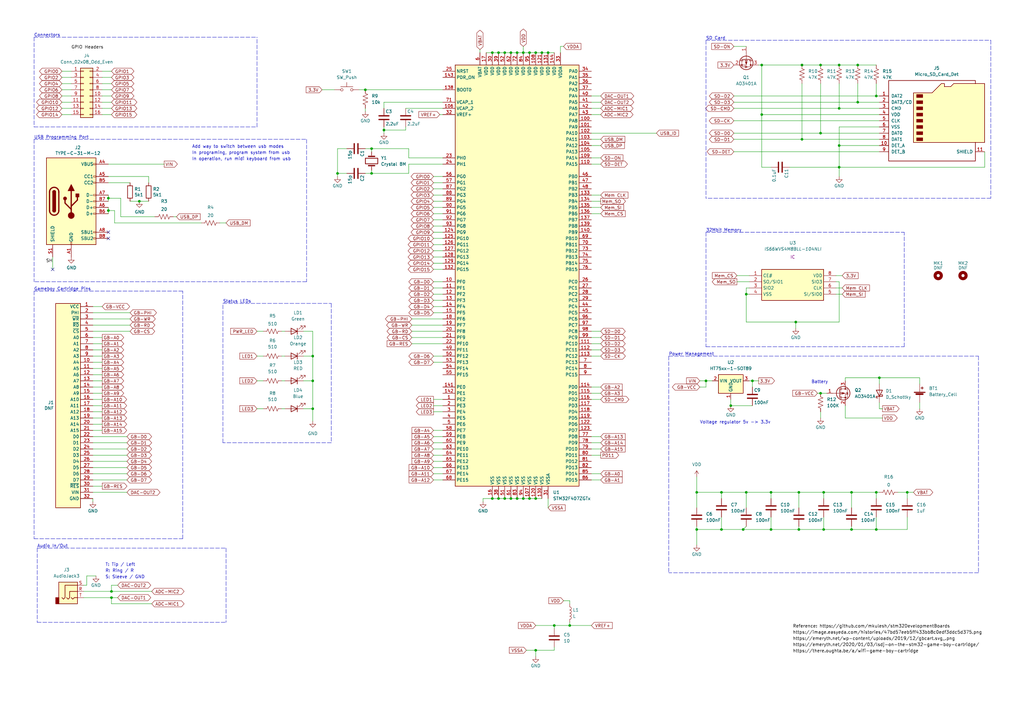
<source format=kicad_sch>
(kicad_sch (version 20211123) (generator eeschema)
  (paper "A3")
  (title_block (title "ICECART-GB") (rev "v5.1") (company "Iceberg Tech LLC.") (comment 1 "https://icebergtech.xyz"))
  (junction (at 326.39 132.08))
  (junction (at 336.55 26.67))
  (junction (at 306.07 201.93))
  (junction (at 327.66 217.17))
  (junction (at 128.27 146.05))
  (junction (at 312.42 46.99))
  (junction (at 308.61 156.21))
  (junction (at 233.68 256.54))
  (junction (at 344.17 26.67))
  (junction (at 219.71 266.7))
  (junction (at 328.93 57.15))
  (junction (at 212.09 204.47))
  (junction (at 360.68 154.94))
  (junction (at 45.72 242.57))
  (junction (at 209.55 204.47))
  (junction (at 372.11 201.93))
  (junction (at 219.71 204.47))
  (junction (at 359.41 201.93))
  (junction (at 344.17 59.69))
  (junction (at 152.4 71.12))
  (junction (at 295.91 217.17))
  (junction (at 207.01 204.47))
  (junction (at 214.63 204.47))
  (junction (at 227.33 256.54))
  (junction (at 224.79 21.59))
  (junction (at 201.93 204.47))
  (junction (at 219.71 21.59))
  (junction (at 212.09 21.59))
  (junction (at 337.82 201.93))
  (junction (at 128.27 167.64))
  (junction (at 289.56 156.21))
  (junction (at 207.01 21.59))
  (junction (at 204.47 21.59))
  (junction (at 217.17 21.59))
  (junction (at 201.93 21.59))
  (junction (at 204.47 204.47))
  (junction (at 327.66 201.93))
  (junction (at 336.55 54.61))
  (junction (at 138.43 71.12))
  (junction (at 285.75 201.93))
  (junction (at 295.91 201.93))
  (junction (at 299.72 166.37))
  (junction (at 359.41 39.37))
  (junction (at 344.17 44.45))
  (junction (at 57.15 82.55))
  (junction (at 359.41 217.17))
  (junction (at 349.25 217.17))
  (junction (at 336.55 161.29))
  (junction (at 351.79 26.67))
  (junction (at 149.86 36.83))
  (junction (at 349.25 201.93))
  (junction (at 312.42 26.67))
  (junction (at 337.82 217.17))
  (junction (at 214.63 21.59))
  (junction (at 328.93 26.67))
  (junction (at 44.45 81.28))
  (junction (at 217.17 204.47))
  (junction (at 344.17 68.58))
  (junction (at 351.79 41.91))
  (junction (at 209.55 21.59))
  (junction (at 45.72 245.11))
  (junction (at 128.27 156.21))
  (junction (at 152.4 60.96))
  (junction (at 285.75 217.17))
  (junction (at 306.07 120.65))
  (junction (at 316.23 201.93))
  (junction (at 44.45 86.36))
  (junction (at 222.25 21.59))
  (junction (at 304.8 217.17))
  (junction (at 157.48 53.34))
  (junction (at 316.23 217.17))
  (no_connect (at 21.59 110.49))
  (no_connect (at 44.45 97.79))
  (no_connect (at 44.45 95.25))
  (wire (pts (xy 177.8 166.37) (xy 181.61 166.37)))
  (wire (pts (xy 177.8 120.65) (xy 181.61 120.65)))
  (wire (pts (xy 289.56 158.75) (xy 289.56 156.21)))
  (wire (pts (xy 177.8 90.17) (xy 181.61 90.17)))
  (wire (pts (xy 342.9 118.11) (xy 345.44 118.11)))
  (wire (pts (xy 308.61 166.37) (xy 299.72 166.37)))
  (wire (pts (xy 312.42 26.67) (xy 328.93 26.67)))
  (wire (pts (xy 62.23 242.57) (xy 45.72 242.57)))
  (wire (pts (xy 38.1 133.35) (xy 53.34 133.35)))
  (wire (pts (xy 198.12 205.74) (xy 198.12 204.47)))
  (wire (pts (xy 177.8 186.69) (xy 181.61 186.69)))
  (wire (pts (xy 149.86 44.45) (xy 149.86 45.72)))
  (wire (pts (xy 44.45 86.36) (xy 46.99 86.36)))
  (wire (pts (xy 38.1 128.27) (xy 53.34 128.27)))
  (wire (pts (xy 62.23 247.65) (xy 45.72 247.65)))
  (wire (pts (xy 242.57 140.97) (xy 246.38 140.97)))
  (wire (pts (xy 177.8 128.27) (xy 181.61 128.27)))
  (wire (pts (xy 344.17 34.29) (xy 344.17 44.45)))
  (polyline (pts (xy 13.97 57.15) (xy 13.97 115.57)))
  (wire (pts (xy 60.96 72.39) (xy 60.96 74.93)))
  (wire (pts (xy 295.91 212.09) (xy 295.91 217.17)))
  (wire (pts (xy 214.63 21.59) (xy 217.17 21.59)))
  (polyline (pts (xy 15.24 224.79) (xy 15.24 255.27)))
  (wire (pts (xy 167.64 60.96) (xy 152.4 60.96)))
  (polyline (pts (xy 289.56 16.51) (xy 406.4 16.51)))
  (wire (pts (xy 242.57 46.99) (xy 246.38 46.99)))
  (wire (pts (xy 336.55 54.61) (xy 360.68 54.61)))
  (wire (pts (xy 360.68 167.64) (xy 361.95 167.64)))
  (wire (pts (xy 344.17 68.58) (xy 344.17 72.39)))
  (wire (pts (xy 360.68 154.94) (xy 377.19 154.94)))
  (wire (pts (xy 38.1 138.43) (xy 41.91 138.43)))
  (wire (pts (xy 316.23 68.58) (xy 312.42 68.58)))
  (polyline (pts (xy 401.32 146.05) (xy 401.32 234.95)))
  (wire (pts (xy 157.48 53.34) (xy 166.37 53.34)))
  (wire (pts (xy 177.8 179.07) (xy 181.61 179.07)))
  (wire (pts (xy 336.55 161.29) (xy 339.09 161.29)))
  (wire (pts (xy 149.86 36.83) (xy 181.61 36.83)))
  (polyline (pts (xy 13.97 57.15) (xy 125.73 57.15)))
  (wire (pts (xy 233.68 246.38) (xy 233.68 247.65)))
  (polyline (pts (xy 406.4 81.28) (xy 289.56 81.28)))
  (wire (pts (xy 177.8 194.31) (xy 181.61 194.31)))
  (wire (pts (xy 38.1 168.91) (xy 41.91 168.91)))
  (wire (pts (xy 342.9 115.57) (xy 344.17 115.57)))
  (wire (pts (xy 44.45 72.39) (xy 60.96 72.39)))
  (wire (pts (xy 242.57 196.85) (xy 246.38 196.85)))
  (wire (pts (xy 212.09 204.47) (xy 214.63 204.47)))
  (wire (pts (xy 368.3 201.93) (xy 372.11 201.93)))
  (wire (pts (xy 124.46 167.64) (xy 128.27 167.64)))
  (wire (pts (xy 157.48 41.91) (xy 181.61 41.91)))
  (polyline (pts (xy 125.73 115.57) (xy 13.97 115.57)))
  (wire (pts (xy 359.41 34.29) (xy 359.41 39.37)))
  (wire (pts (xy 25.4 34.29) (xy 29.21 34.29)))
  (wire (pts (xy 285.75 201.93) (xy 285.75 208.28)))
  (wire (pts (xy 308.61 156.21) (xy 308.61 158.75)))
  (wire (pts (xy 177.8 74.93) (xy 181.61 74.93)))
  (wire (pts (xy 300.99 49.53) (xy 360.68 49.53)))
  (polyline (pts (xy 274.32 146.05) (xy 401.32 146.05)))
  (wire (pts (xy 308.61 156.21) (xy 311.15 156.21)))
  (wire (pts (xy 177.8 80.01) (xy 181.61 80.01)))
  (wire (pts (xy 57.15 82.55) (xy 60.96 82.55)))
  (wire (pts (xy 300.99 62.23) (xy 360.68 62.23)))
  (wire (pts (xy 242.57 39.37) (xy 246.38 39.37)))
  (wire (pts (xy 166.37 53.34) (xy 166.37 52.07)))
  (wire (pts (xy 25.4 46.99) (xy 29.21 46.99)))
  (wire (pts (xy 25.4 44.45) (xy 29.21 44.45)))
  (wire (pts (xy 227.33 256.54) (xy 227.33 257.81)))
  (wire (pts (xy 138.43 60.96) (xy 138.43 71.12)))
  (wire (pts (xy 124.46 146.05) (xy 128.27 146.05)))
  (wire (pts (xy 177.8 118.11) (xy 181.61 118.11)))
  (wire (pts (xy 177.8 97.79) (xy 181.61 97.79)))
  (wire (pts (xy 177.8 189.23) (xy 181.61 189.23)))
  (wire (pts (xy 38.1 156.21) (xy 41.91 156.21)))
  (wire (pts (xy 302.26 113.03) (xy 307.34 113.03)))
  (wire (pts (xy 177.8 72.39) (xy 181.61 72.39)))
  (wire (pts (xy 90.17 91.44) (xy 92.71 91.44)))
  (wire (pts (xy 157.48 53.34) (xy 157.48 54.61)))
  (wire (pts (xy 246.38 186.69) (xy 242.57 186.69)))
  (wire (pts (xy 316.23 217.17) (xy 327.66 217.17)))
  (wire (pts (xy 177.8 123.19) (xy 181.61 123.19)))
  (wire (pts (xy 326.39 132.08) (xy 326.39 134.62)))
  (wire (pts (xy 242.57 67.31) (xy 246.38 67.31)))
  (wire (pts (xy 167.64 64.77) (xy 181.61 64.77)))
  (wire (pts (xy 344.17 52.07) (xy 344.17 59.69)))
  (wire (pts (xy 349.25 215.9) (xy 349.25 217.17)))
  (wire (pts (xy 199.39 21.59) (xy 201.93 21.59)))
  (wire (pts (xy 295.91 201.93) (xy 295.91 204.47)))
  (wire (pts (xy 285.75 215.9) (xy 285.75 217.17)))
  (wire (pts (xy 337.82 201.93) (xy 349.25 201.93)))
  (wire (pts (xy 168.91 133.35) (xy 181.61 133.35)))
  (polyline (pts (xy 91.44 124.46) (xy 135.89 124.46)))
  (wire (pts (xy 327.66 201.93) (xy 327.66 208.28)))
  (wire (pts (xy 38.1 135.89) (xy 53.34 135.89)))
  (wire (pts (xy 115.57 167.64) (xy 116.84 167.64)))
  (wire (pts (xy 209.55 21.59) (xy 212.09 21.59)))
  (wire (pts (xy 306.07 120.65) (xy 307.34 120.65)))
  (wire (pts (xy 177.8 191.77) (xy 181.61 191.77)))
  (wire (pts (xy 219.71 204.47) (xy 222.25 204.47)))
  (wire (pts (xy 344.17 59.69) (xy 360.68 59.69)))
  (wire (pts (xy 312.42 26.67) (xy 312.42 46.99)))
  (wire (pts (xy 344.17 26.67) (xy 351.79 26.67)))
  (wire (pts (xy 45.72 240.03) (xy 48.26 240.03)))
  (wire (pts (xy 46.99 86.36) (xy 46.99 91.44)))
  (wire (pts (xy 336.55 34.29) (xy 336.55 54.61)))
  (wire (pts (xy 149.86 71.12) (xy 152.4 71.12)))
  (wire (pts (xy 242.57 194.31) (xy 246.38 194.31)))
  (wire (pts (xy 351.79 26.67) (xy 359.41 26.67)))
  (wire (pts (xy 198.12 204.47) (xy 201.93 204.47)))
  (wire (pts (xy 180.34 46.99) (xy 181.61 46.99)))
  (wire (pts (xy 242.57 158.75) (xy 246.38 158.75)))
  (wire (pts (xy 327.66 217.17) (xy 337.82 217.17)))
  (wire (pts (xy 38.1 184.15) (xy 52.07 184.15)))
  (wire (pts (xy 360.68 165.1) (xy 360.68 167.64)))
  (wire (pts (xy 359.41 201.93) (xy 359.41 204.47)))
  (wire (pts (xy 304.8 217.17) (xy 316.23 217.17)))
  (wire (pts (xy 38.1 161.29) (xy 41.91 161.29)))
  (wire (pts (xy 44.45 81.28) (xy 44.45 80.01)))
  (wire (pts (xy 360.68 52.07) (xy 344.17 52.07)))
  (wire (pts (xy 38.1 163.83) (xy 41.91 163.83)))
  (wire (pts (xy 287.02 156.21) (xy 289.56 156.21)))
  (wire (pts (xy 215.9 266.7) (xy 219.71 266.7)))
  (wire (pts (xy 196.85 20.32) (xy 196.85 21.59)))
  (wire (pts (xy 344.17 44.45) (xy 360.68 44.45)))
  (wire (pts (xy 38.1 140.97) (xy 41.91 140.97)))
  (wire (pts (xy 335.28 161.29) (xy 336.55 161.29)))
  (wire (pts (xy 177.8 77.47) (xy 181.61 77.47)))
  (wire (pts (xy 45.72 240.03) (xy 45.72 242.57)))
  (wire (pts (xy 217.17 204.47) (xy 219.71 204.47)))
  (wire (pts (xy 38.1 125.73) (xy 41.91 125.73)))
  (wire (pts (xy 167.64 71.12) (xy 152.4 71.12)))
  (wire (pts (xy 49.53 81.28) (xy 44.45 81.28)))
  (wire (pts (xy 38.1 151.13) (xy 41.91 151.13)))
  (wire (pts (xy 372.11 212.09) (xy 372.11 217.17)))
  (wire (pts (xy 306.07 201.93) (xy 316.23 201.93)))
  (wire (pts (xy 242.57 80.01) (xy 246.38 80.01)))
  (wire (pts (xy 53.34 74.93) (xy 44.45 74.93)))
  (wire (pts (xy 231.14 246.38) (xy 233.68 246.38)))
  (wire (pts (xy 227.33 256.54) (xy 233.68 256.54)))
  (wire (pts (xy 242.57 143.51) (xy 246.38 143.51)))
  (wire (pts (xy 38.1 143.51) (xy 41.91 143.51)))
  (wire (pts (xy 41.91 44.45) (xy 45.72 44.45)))
  (wire (pts (xy 227.33 265.43) (xy 227.33 266.7)))
  (wire (pts (xy 201.93 21.59) (xy 204.47 21.59)))
  (wire (pts (xy 41.91 46.99) (xy 45.72 46.99)))
  (wire (pts (xy 34.29 245.11) (xy 45.72 245.11)))
  (wire (pts (xy 38.1 204.47) (xy 38.1 205.74)))
  (wire (pts (xy 346.71 171.45) (xy 361.95 171.45)))
  (wire (pts (xy 72.39 88.9) (xy 71.12 88.9)))
  (polyline (pts (xy 13.97 15.24) (xy 13.97 52.07)))
  (wire (pts (xy 224.79 21.59) (xy 227.33 21.59)))
  (wire (pts (xy 372.11 201.93) (xy 374.65 201.93)))
  (wire (pts (xy 242.57 146.05) (xy 246.38 146.05)))
  (wire (pts (xy 41.91 31.75) (xy 45.72 31.75)))
  (polyline (pts (xy 401.32 234.95) (xy 274.32 234.95)))
  (wire (pts (xy 204.47 21.59) (xy 207.01 21.59)))
  (wire (pts (xy 138.43 71.12) (xy 138.43 72.39)))
  (wire (pts (xy 403.86 68.58) (xy 344.17 68.58)))
  (polyline (pts (xy 13.97 52.07) (xy 105.41 52.07)))
  (wire (pts (xy 242.57 179.07) (xy 246.38 179.07)))
  (wire (pts (xy 377.19 154.94) (xy 377.19 157.48)))
  (wire (pts (xy 337.82 212.09) (xy 337.82 217.17)))
  (wire (pts (xy 34.29 240.03) (xy 35.56 240.03)))
  (wire (pts (xy 242.57 64.77) (xy 246.38 64.77)))
  (polyline (pts (xy 91.44 181.61) (xy 91.44 124.46)))
  (wire (pts (xy 38.1 181.61) (xy 52.07 181.61)))
  (wire (pts (xy 349.25 201.93) (xy 349.25 208.28)))
  (wire (pts (xy 38.1 130.81) (xy 53.34 130.81)))
  (polyline (pts (xy 13.97 119.38) (xy 13.97 220.98)))
  (wire (pts (xy 177.8 115.57) (xy 181.61 115.57)))
  (wire (pts (xy 306.07 118.11) (xy 306.07 120.65)))
  (wire (pts (xy 306.07 120.65) (xy 306.07 132.08)))
  (wire (pts (xy 177.8 168.91) (xy 181.61 168.91)))
  (wire (pts (xy 138.43 71.12) (xy 142.24 71.12)))
  (wire (pts (xy 214.63 19.05) (xy 214.63 21.59)))
  (wire (pts (xy 323.85 68.58) (xy 344.17 68.58)))
  (polyline (pts (xy 289.56 95.25) (xy 370.84 95.25)))
  (wire (pts (xy 44.45 82.55) (xy 44.45 81.28)))
  (wire (pts (xy 44.45 67.31) (xy 67.31 67.31)))
  (wire (pts (xy 166.37 44.45) (xy 181.61 44.45)))
  (polyline (pts (xy 92.71 224.79) (xy 92.71 255.27)))
  (polyline (pts (xy 289.56 16.51) (xy 289.56 81.28)))
  (wire (pts (xy 44.45 86.36) (xy 44.45 87.63)))
  (wire (pts (xy 312.42 68.58) (xy 312.42 46.99)))
  (wire (pts (xy 177.8 95.25) (xy 181.61 95.25)))
  (wire (pts (xy 300.99 41.91) (xy 351.79 41.91)))
  (wire (pts (xy 167.64 67.31) (xy 167.64 71.12)))
  (wire (pts (xy 124.46 135.89) (xy 128.27 135.89)))
  (wire (pts (xy 63.5 88.9) (xy 49.53 88.9)))
  (wire (pts (xy 115.57 135.89) (xy 116.84 135.89)))
  (polyline (pts (xy 370.84 142.24) (xy 370.84 95.25)))
  (polyline (pts (xy 74.93 220.98) (xy 74.93 119.38)))
  (wire (pts (xy 177.8 196.85) (xy 181.61 196.85)))
  (wire (pts (xy 287.02 158.75) (xy 289.56 158.75)))
  (wire (pts (xy 105.41 156.21) (xy 107.95 156.21)))
  (wire (pts (xy 177.8 148.59) (xy 181.61 148.59)))
  (wire (pts (xy 300.99 44.45) (xy 344.17 44.45)))
  (wire (pts (xy 377.19 165.1) (xy 377.19 167.64)))
  (wire (pts (xy 360.68 154.94) (xy 360.68 157.48)))
  (wire (pts (xy 299.72 163.83) (xy 299.72 166.37)))
  (wire (pts (xy 128.27 156.21) (xy 128.27 167.64)))
  (wire (pts (xy 242.57 135.89) (xy 246.38 135.89)))
  (wire (pts (xy 242.57 87.63) (xy 246.38 87.63)))
  (wire (pts (xy 177.8 107.95) (xy 181.61 107.95)))
  (wire (pts (xy 336.55 26.67) (xy 344.17 26.67)))
  (wire (pts (xy 168.91 135.89) (xy 181.61 135.89)))
  (wire (pts (xy 302.26 115.57) (xy 307.34 115.57)))
  (wire (pts (xy 25.4 31.75) (xy 29.21 31.75)))
  (wire (pts (xy 336.55 168.91) (xy 336.55 171.45)))
  (polyline (pts (xy 15.24 224.79) (xy 92.71 224.79)))
  (wire (pts (xy 242.57 138.43) (xy 246.38 138.43)))
  (wire (pts (xy 207.01 21.59) (xy 209.55 21.59)))
  (wire (pts (xy 300.99 57.15) (xy 328.93 57.15)))
  (wire (pts (xy 306.07 215.9) (xy 304.8 217.17)))
  (wire (pts (xy 25.4 29.21) (xy 29.21 29.21)))
  (wire (pts (xy 168.91 138.43) (xy 181.61 138.43)))
  (wire (pts (xy 242.57 184.15) (xy 246.38 184.15)))
  (wire (pts (xy 38.1 194.31) (xy 52.07 194.31)))
  (wire (pts (xy 342.9 120.65) (xy 345.44 120.65)))
  (wire (pts (xy 41.91 41.91) (xy 45.72 41.91)))
  (wire (pts (xy 38.1 153.67) (xy 41.91 153.67)))
  (polyline (pts (xy 15.24 255.27) (xy 92.71 255.27)))
  (wire (pts (xy 177.8 146.05) (xy 181.61 146.05)))
  (wire (pts (xy 349.25 217.17) (xy 359.41 217.17)))
  (wire (pts (xy 38.1 186.69) (xy 52.07 186.69)))
  (polyline (pts (xy 13.97 15.24) (xy 105.41 15.24)))
  (polyline (pts (xy 135.89 124.46) (xy 135.89 181.61)))
  (wire (pts (xy 177.8 100.33) (xy 181.61 100.33)))
  (wire (pts (xy 316.23 212.09) (xy 316.23 217.17)))
  (wire (pts (xy 242.57 59.69) (xy 246.38 59.69)))
  (wire (pts (xy 242.57 41.91) (xy 246.38 41.91)))
  (wire (pts (xy 312.42 46.99) (xy 360.68 46.99)))
  (wire (pts (xy 242.57 54.61) (xy 269.24 54.61)))
  (wire (pts (xy 242.57 161.29) (xy 246.38 161.29)))
  (wire (pts (xy 177.8 163.83) (xy 181.61 163.83)))
  (wire (pts (xy 242.57 85.09) (xy 246.38 85.09)))
  (wire (pts (xy 41.91 34.29) (xy 45.72 34.29)))
  (wire (pts (xy 25.4 36.83) (xy 29.21 36.83)))
  (wire (pts (xy 344.17 132.08) (xy 326.39 132.08)))
  (wire (pts (xy 328.93 34.29) (xy 328.93 57.15)))
  (wire (pts (xy 105.41 135.89) (xy 107.95 135.89)))
  (wire (pts (xy 38.1 199.39) (xy 41.91 199.39)))
  (wire (pts (xy 38.1 189.23) (xy 52.07 189.23)))
  (wire (pts (xy 177.8 125.73) (xy 181.61 125.73)))
  (wire (pts (xy 217.17 21.59) (xy 219.71 21.59)))
  (wire (pts (xy 177.8 87.63) (xy 181.61 87.63)))
  (wire (pts (xy 344.17 59.69) (xy 344.17 68.58)))
  (wire (pts (xy 152.4 69.85) (xy 152.4 71.12)))
  (polyline (pts (xy 289.56 95.25) (xy 289.56 142.24)))
  (wire (pts (xy 300.99 39.37) (xy 359.41 39.37)))
  (wire (pts (xy 231.14 19.05) (xy 229.87 19.05)))
  (wire (pts (xy 295.91 201.93) (xy 306.07 201.93)))
  (wire (pts (xy 300.99 54.61) (xy 336.55 54.61)))
  (wire (pts (xy 177.8 105.41) (xy 181.61 105.41)))
  (wire (pts (xy 38.1 191.77) (xy 52.07 191.77)))
  (wire (pts (xy 359.41 201.93) (xy 360.68 201.93)))
  (wire (pts (xy 38.1 166.37) (xy 41.91 166.37)))
  (wire (pts (xy 38.1 196.85) (xy 52.07 196.85)))
  (wire (pts (xy 177.8 85.09) (xy 181.61 85.09)))
  (wire (pts (xy 128.27 167.64) (xy 128.27 172.72)))
  (polyline (pts (xy 274.32 146.05) (xy 274.32 234.95)))
  (wire (pts (xy 167.64 67.31) (xy 181.61 67.31)))
  (wire (pts (xy 177.8 82.55) (xy 181.61 82.55)))
  (wire (pts (xy 201.93 204.47) (xy 204.47 204.47)))
  (wire (pts (xy 342.9 113.03) (xy 345.44 113.03)))
  (wire (pts (xy 41.91 29.21) (xy 45.72 29.21)))
  (wire (pts (xy 44.45 85.09) (xy 44.45 86.36)))
  (wire (pts (xy 403.86 62.23) (xy 403.86 68.58)))
  (wire (pts (xy 107.95 167.64) (xy 105.41 167.64)))
  (wire (pts (xy 229.87 19.05) (xy 229.87 21.59)))
  (wire (pts (xy 219.71 266.7) (xy 219.71 269.24)))
  (polyline (pts (xy 289.56 142.24) (xy 370.84 142.24)))
  (wire (pts (xy 128.27 146.05) (xy 128.27 156.21)))
  (wire (pts (xy 285.75 217.17) (xy 295.91 217.17)))
  (wire (pts (xy 306.07 132.08) (xy 326.39 132.08)))
  (wire (pts (xy 233.68 255.27) (xy 233.68 256.54)))
  (wire (pts (xy 147.32 36.83) (xy 149.86 36.83)))
  (polyline (pts (xy 406.4 16.51) (xy 406.4 81.28)))
  (wire (pts (xy 295.91 217.17) (xy 304.8 217.17)))
  (wire (pts (xy 152.4 60.96) (xy 152.4 62.23)))
  (wire (pts (xy 45.72 245.11) (xy 45.72 247.65)))
  (wire (pts (xy 316.23 201.93) (xy 316.23 204.47)))
  (wire (pts (xy 327.66 201.93) (xy 337.82 201.93)))
  (wire (pts (xy 311.15 26.67) (xy 312.42 26.67)))
  (wire (pts (xy 346.71 154.94) (xy 360.68 154.94)))
  (wire (pts (xy 38.1 179.07) (xy 52.07 179.07)))
  (wire (pts (xy 300.99 19.05) (xy 306.07 19.05)))
  (wire (pts (xy 242.57 57.15) (xy 246.38 57.15)))
  (polyline (pts (xy 135.89 181.61) (xy 91.44 181.61)))
  (wire (pts (xy 346.71 166.37) (xy 346.71 171.45)))
  (polyline (pts (xy 13.97 220.98) (xy 74.93 220.98)))
  (wire (pts (xy 157.48 44.45) (xy 157.48 41.91)))
  (wire (pts (xy 306.07 118.11) (xy 307.34 118.11)))
  (wire (pts (xy 38.1 201.93) (xy 52.07 201.93)))
  (wire (pts (xy 285.75 217.17) (xy 285.75 223.52)))
  (wire (pts (xy 359.41 39.37) (xy 360.68 39.37)))
  (wire (pts (xy 214.63 204.47) (xy 217.17 204.47)))
  (wire (pts (xy 46.99 91.44) (xy 82.55 91.44)))
  (wire (pts (xy 142.24 60.96) (xy 138.43 60.96)))
  (wire (pts (xy 168.91 140.97) (xy 181.61 140.97)))
  (wire (pts (xy 328.93 26.67) (xy 336.55 26.67)))
  (wire (pts (xy 242.57 181.61) (xy 246.38 181.61)))
  (wire (pts (xy 38.1 158.75) (xy 41.91 158.75)))
  (wire (pts (xy 207.01 204.47) (xy 209.55 204.47)))
  (wire (pts (xy 209.55 204.47) (xy 212.09 204.47)))
  (wire (pts (xy 48.26 245.11) (xy 45.72 245.11)))
  (wire (pts (xy 212.09 21.59) (xy 214.63 21.59)))
  (wire (pts (xy 344.17 115.57) (xy 344.17 132.08)))
  (wire (pts (xy 285.75 201.93) (xy 295.91 201.93)))
  (wire (pts (xy 177.8 102.87) (xy 181.61 102.87)))
  (wire (pts (xy 224.79 204.47) (xy 224.79 208.28)))
  (wire (pts (xy 35.56 236.22) (xy 39.37 236.22)))
  (wire (pts (xy 115.57 146.05) (xy 116.84 146.05)))
  (wire (pts (xy 351.79 34.29) (xy 351.79 41.91)))
  (wire (pts (xy 25.4 39.37) (xy 29.21 39.37)))
  (wire (pts (xy 49.53 88.9) (xy 49.53 81.28)))
  (wire (pts (xy 132.08 36.83) (xy 137.16 36.83)))
  (wire (pts (xy 359.41 217.17) (xy 372.11 217.17)))
  (wire (pts (xy 351.79 41.91) (xy 360.68 41.91)))
  (wire (pts (xy 38.1 146.05) (xy 41.91 146.05)))
  (polyline (pts (xy 105.41 52.07) (xy 105.41 15.24)))
  (wire (pts (xy 177.8 184.15) (xy 181.61 184.15)))
  (wire (pts (xy 337.82 201.93) (xy 337.82 204.47)))
  (wire (pts (xy 38.1 148.59) (xy 41.91 148.59)))
  (wire (pts (xy 128.27 135.89) (xy 128.27 146.05)))
  (wire (pts (xy 359.41 212.09) (xy 359.41 217.17)))
  (wire (pts (xy 53.34 82.55) (xy 57.15 82.55)))
  (wire (pts (xy 25.4 41.91) (xy 29.21 41.91)))
  (wire (pts (xy 307.34 156.21) (xy 308.61 156.21)))
  (wire (pts (xy 346.71 156.21) (xy 346.71 154.94)))
  (wire (pts (xy 38.1 171.45) (xy 41.91 171.45)))
  (wire (pts (xy 306.07 201.93) (xy 306.07 208.28)))
  (wire (pts (xy 327.66 215.9) (xy 327.66 217.17)))
  (wire (pts (xy 149.86 60.96) (xy 152.4 60.96)))
  (wire (pts (xy 219.71 256.54) (xy 227.33 256.54)))
  (wire (pts (xy 349.25 201.93) (xy 359.41 201.93)))
  (wire (pts (xy 115.57 156.21) (xy 116.84 156.21)))
  (wire (pts (xy 222.25 21.59) (xy 224.79 21.59)))
  (wire (pts (xy 34.29 242.57) (xy 45.72 242.57)))
  (wire (pts (xy 41.91 36.83) (xy 45.72 36.83)))
  (wire (pts (xy 372.11 204.47) (xy 372.11 201.93)))
  (wire (pts (xy 233.68 256.54) (xy 242.57 256.54)))
  (polyline (pts (xy 74.93 119.38) (xy 13.97 119.38)))
  (wire (pts (xy 337.82 217.17) (xy 349.25 217.17)))
  (wire (pts (xy 124.46 156.21) (xy 128.27 156.21)))
  (wire (pts (xy 219.71 21.59) (xy 222.25 21.59)))
  (wire (pts (xy 105.41 146.05) (xy 107.95 146.05)))
  (wire (pts (xy 177.8 92.71) (xy 181.61 92.71)))
  (wire (pts (xy 21.59 105.41) (xy 21.59 110.49)))
  (wire (pts (xy 289.56 156.21) (xy 292.1 156.21)))
  (wire (pts (xy 35.56 240.03) (xy 35.56 236.22)))
  (wire (pts (xy 167.64 64.77) (xy 167.64 60.96)))
  (polyline (pts (xy 125.73 57.15) (xy 125.73 115.57)))
  (wire (pts (xy 328.93 57.15) (xy 360.68 57.15)))
  (wire (pts (xy 41.91 39.37) (xy 45.72 39.37)))
  (wire (pts (xy 204.47 204.47) (xy 207.01 204.47)))
  (wire (pts (xy 242.57 44.45) (xy 246.38 44.45)))
  (wire (pts (xy 38.1 176.53) (xy 41.91 176.53)))
  (wire (pts (xy 242.57 163.83) (xy 246.38 163.83)))
  (wire (pts (xy 177.8 181.61) (xy 181.61 181.61)))
  (wire (pts (xy 219.71 266.7) (xy 227.33 266.7)))
  (wire (pts (xy 285.75 195.58) (xy 285.75 201.93)))
  (wire (pts (xy 157.48 52.07) (xy 157.48 53.34)))
  (wire (pts (xy 38.1 173.99) (xy 41.91 173.99)))
  (wire (pts (xy 316.23 201.93) (xy 327.66 201.93)))
  (wire (pts (xy 242.57 82.55) (xy 246.38 82.55)))
  (wire (pts (xy 177.8 176.53) (xy 181.61 176.53)))
  (wire (pts (xy 168.91 130.81) (xy 181.61 130.81)))
  (wire (pts (xy 177.8 110.49) (xy 181.61 110.49)))
  (text "Battery" (at 332.74 157.48 0) (effects (font (size 1.27 1.27)) (justify left bottom)))
  (text "USB Programming Port" (at 13.97 57.15 0) (effects (font (size 1.27 1.27)) (justify left bottom)))
  (text "SD Card" (at 289.56 16.51 0) (effects (font (size 1.27 1.27)) (justify left bottom)))
  (text "Audio In/Out" (at 15.24 224.79 0) (effects (font (size 1.27 1.27)) (justify left bottom)))
  (text "R: Ring / R" (at 43.18 234.95 0) (effects (font (size 1.27 1.27)) (justify left bottom)))
  (text "Connectors" (at 13.97 15.24 0) (effects (font (size 1.27 1.27)) (justify left bottom)))
  (text "S: Sleeve / GND" (at 43.18 237.49 0) (effects (font (size 1.27 1.27)) (justify left bottom)))
  (text "Add way to switch between usb modes" (at 78.74 60.96 0) (effects (font (size 1.27 1.27)) (justify left bottom)))
  (text "32Mbit Memory" (at 289.56 95.25 0) (effects (font (size 1.27 1.27)) (justify left bottom)))
  (text "T: Tip / Left" (at 43.18 232.41 0) (effects (font (size 1.27 1.27)) (justify left bottom)))
  (text "Status LEDs" (at 91.44 124.46 0) (effects (font (size 1.27 1.27)) (justify left bottom)))
  (text "In operation, run midi keyboard from usb" (at 78.74 66.04 0) (effects (font (size 1.27 1.27)) (justify left bottom)))
  (text "In programing, program system from usb" (at 78.74 63.5 0) (effects (font (size 1.27 1.27)) (justify left bottom)))
  (text "Power Management" (at 274.32 146.05 0) (effects (font (size 1.27 1.27)) (justify left bottom)))
  (text "Gameboy Cartridge Pins" (at 13.97 119.38 0) (effects (font (size 1.27 1.27)) (justify left bottom)))
  (text "Voltage regulator 5v -> 3.3v" (at 287.02 173.99 0) (effects (font (size 1.27 1.27)) (justify left bottom)))
  (label "Reference: https:{slash}{slash}github.com{slash}mkulesh{slash}stm32DevelopmentBoards" (at 325.12 257.81 0))
  (label "SH" (at 21.59 107.95 180))
  (label "https:{slash}{slash}image.easyeda.com{slash}histories{slash}47bd57eeb5ff433bb8c0edf3ddc5d375.png" (at 325.12 260.35 0))
  (label "https:{slash}{slash}there.oughta.be{slash}a{slash}wifi-game-boy-cartridge" (at 325.12 267.97 0))
  (label "https:{slash}{slash}emeryth.net{slash}2020{slash}01{slash}03{slash}lsdj-on-the-stm32-game-boy-cartridge{slash}" (at 325.12 265.43 0))
  (label "https:{slash}{slash}emeryth.net{slash}wp-content{slash}uploads{slash}2019{slash}12{slash}gbcart.svg_.png" (at 325.12 262.89 0))
  (label "GPIO Headers" (at 29.21 20.32 0))
  (global_label "Mem CLK" (shape input) (at 345.44 118.11 0) (property "Intersheet References" "${INTERSHEET_REFS}" (effects hide)))
  (global_label "GB-D0" (shape bidirectional) (at 177.8 115.57 180) (property "Intersheet References" "${INTERSHEET_REFS}" (effects hide)))
  (global_label "LED2" (shape input) (at 105.41 156.21 180) (property "Intersheet References" "${INTERSHEET_REFS}" (effects hide)))
  (global_label "GB-D5" (shape bidirectional) (at 177.8 128.27 180) (property "Intersheet References" "${INTERSHEET_REFS}" (effects hide)))
  (global_label "GB-D7" (shape bidirectional) (at 52.07 196.85 0) (property "Intersheet References" "${INTERSHEET_REFS}" (effects hide)))
  (global_label "GB-A7" (shape input) (at 177.8 184.15 180) (property "Intersheet References" "${INTERSHEET_REFS}" (effects hide)))
  (global_label "GB-D3" (shape bidirectional) (at 177.8 123.19 180) (property "Intersheet References" "${INTERSHEET_REFS}" (effects hide)))
  (global_label "LED1" (shape output) (at 177.8 163.83 180) (property "Intersheet References" "${INTERSHEET_REFS}" (effects hide)))
  (global_label "GPIO8" (shape bidirectional) (at 25.4 39.37 180) (property "Intersheet References" "${INTERSHEET_REFS}" (effects hide)))
  (global_label "GB-A15" (shape output) (at 41.91 176.53 0) (property "Intersheet References" "${INTERSHEET_REFS}" (effects hide)))
  (global_label "SD-CMD" (shape bidirectional) (at 246.38 163.83 0) (property "Intersheet References" "${INTERSHEET_REFS}" (effects hide)))
  (global_label "GB-D1" (shape bidirectional) (at 52.07 181.61 0) (property "Intersheet References" "${INTERSHEET_REFS}" (effects hide)))
  (global_label "DAC-OUT1" (shape bidirectional) (at 48.26 245.11 0) (property "Intersheet References" "${INTERSHEET_REFS}" (effects hide)))
  (global_label "ADC-MIC1" (shape bidirectional) (at 246.38 44.45 0) (property "Intersheet References" "${INTERSHEET_REFS}" (effects hide)))
  (global_label "GB-D6" (shape bidirectional) (at 52.07 194.31 0) (property "Intersheet References" "${INTERSHEET_REFS}" (effects hide)))
  (global_label "VDD" (shape output) (at 361.95 171.45 0) (property "Intersheet References" "${INTERSHEET_REFS}" (effects hide)))
  (global_label "GB-A1" (shape output) (at 41.91 140.97 0) (property "Intersheet References" "${INTERSHEET_REFS}" (effects hide)))
  (global_label "GB-A9" (shape output) (at 41.91 161.29 0) (property "Intersheet References" "${INTERSHEET_REFS}" (effects hide)))
  (global_label "GB-A13" (shape output) (at 41.91 171.45 0) (property "Intersheet References" "${INTERSHEET_REFS}" (effects hide)))
  (global_label "VDDA" (shape input) (at 219.71 256.54 180) (property "Intersheet References" "${INTERSHEET_REFS}" (effects hide)))
  (global_label "GB-VCC" (shape input) (at 335.28 161.29 180) (property "Intersheet References" "${INTERSHEET_REFS}" (effects hide)))
  (global_label "GPIO10" (shape bidirectional) (at 25.4 41.91 180) (property "Intersheet References" "${INTERSHEET_REFS}" (effects hide)))
  (global_label "GB-A1" (shape input) (at 246.38 196.85 0) (property "Intersheet References" "${INTERSHEET_REFS}" (effects hide)))
  (global_label "VBAT" (shape bidirectional) (at 196.85 20.32 90) (property "Intersheet References" "${INTERSHEET_REFS}" (effects hide)))
  (global_label "GPIO13" (shape bidirectional) (at 45.72 44.45 0) (property "Intersheet References" "${INTERSHEET_REFS}" (effects hide)))
  (global_label "GPIO4" (shape bidirectional) (at 177.8 82.55 180) (property "Intersheet References" "${INTERSHEET_REFS}" (effects hide)))
  (global_label "GB-A15" (shape input) (at 246.38 184.15 0) (property "Intersheet References" "${INTERSHEET_REFS}" (effects hide)))
  (global_label "SD-DET" (shape bidirectional) (at 246.38 67.31 0) (property "Intersheet References" "${INTERSHEET_REFS}" (effects hide)))
  (global_label "DAC-OUT2" (shape bidirectional) (at 52.07 201.93 0) (property "Intersheet References" "${INTERSHEET_REFS}" (effects hide)))
  (global_label "VIN" (shape input) (at 287.02 156.21 180) (property "Intersheet References" "${INTERSHEET_REFS}" (effects hide)))
  (global_label "SD-D2" (shape bidirectional) (at 246.38 140.97 0) (property "Intersheet References" "${INTERSHEET_REFS}" (effects hide)))
  (global_label "GPIO15" (shape bidirectional) (at 177.8 110.49 180) (property "Intersheet References" "${INTERSHEET_REFS}" (effects hide)))
  (global_label "ADC-MIC1" (shape bidirectional) (at 62.23 247.65 0) (property "Intersheet References" "${INTERSHEET_REFS}" (effects hide)))
  (global_label "PWR_LED" (shape input) (at 105.41 135.89 180) (property "Intersheet References" "${INTERSHEET_REFS}" (effects hide)))
  (global_label "GPIO2" (shape bidirectional) (at 25.4 31.75 180) (property "Intersheet References" "${INTERSHEET_REFS}" (effects hide)))
  (global_label "GPIO10" (shape bidirectional) (at 177.8 97.79 180) (property "Intersheet References" "${INTERSHEET_REFS}" (effects hide)))
  (global_label "Mem_CS" (shape input) (at 302.26 113.03 180) (property "Intersheet References" "${INTERSHEET_REFS}" (effects hide)))
  (global_label "GB-RD" (shape bidirectional) (at 53.34 133.35 0) (property "Intersheet References" "${INTERSHEET_REFS}" (effects hide)))
  (global_label "VSSA" (shape input) (at 224.79 208.28 0) (property "Intersheet References" "${INTERSHEET_REFS}" (effects hide)))
  (global_label "DAC-OUT2" (shape bidirectional) (at 246.38 41.91 0) (property "Intersheet References" "${INTERSHEET_REFS}" (effects hide)))
  (global_label "Mem_CS" (shape input) (at 246.38 87.63 0) (property "Intersheet References" "${INTERSHEET_REFS}" (effects hide)))
  (global_label "GB-A6" (shape input) (at 177.8 181.61 180) (property "Intersheet References" "${INTERSHEET_REFS}" (effects hide)))
  (global_label "GB-A0" (shape input) (at 246.38 194.31 0) (property "Intersheet References" "${INTERSHEET_REFS}" (effects hide)))
  (global_label "GB-A12" (shape input) (at 177.8 196.85 180) (property "Intersheet References" "${INTERSHEET_REFS}" (effects hide)))
  (global_label "USB_DM" (shape input) (at 92.71 91.44 0) (property "Intersheet References" "${INTERSHEET_REFS}" (effects hide)))
  (global_label "SD-D3" (shape bidirectional) (at 300.99 41.91 180) (property "Intersheet References" "${INTERSHEET_REFS}" (effects hide)))
  (global_label "GB-D7" (shape bidirectional) (at 177.8 148.59 180) (property "Intersheet References" "${INTERSHEET_REFS}" (effects hide)))
  (global_label "USB_ID" (shape input) (at 269.24 54.61 0) (property "Intersheet References" "${INTERSHEET_REFS}" (effects hide)))
  (global_label "GPIO11" (shape bidirectional) (at 177.8 100.33 180) (property "Intersheet References" "${INTERSHEET_REFS}" (effects hide)))
  (global_label "GB-D1" (shape bidirectional) (at 177.8 118.11 180) (property "Intersheet References" "${INTERSHEET_REFS}" (effects hide)))
  (global_label "GPIO3" (shape bidirectional) (at 45.72 31.75 0) (property "Intersheet References" "${INTERSHEET_REFS}" (effects hide)))
  (global_label "DAC-OUT2" (shape bidirectional) (at 48.26 240.03 0) (property "Intersheet References" "${INTERSHEET_REFS}" (effects hide)))
  (global_label "SD-D0" (shape bidirectional) (at 246.38 135.89 0) (property "Intersheet References" "${INTERSHEET_REFS}" (effects hide)))
  (global_label "GB-A11" (shape input) (at 177.8 194.31 180) (property "Intersheet References" "${INTERSHEET_REFS}" (effects hide)))
  (global_label "VDDA" (shape input) (at 231.14 19.05 0) (property "Intersheet References" "${INTERSHEET_REFS}" (effects hide)))
  (global_label "SD-D0" (shape bidirectional) (at 300.99 54.61 180) (property "Intersheet References" "${INTERSHEET_REFS}" (effects hide)))
  (global_label "GB-A14" (shape output) (at 41.91 173.99 0) (property "Intersheet References" "${INTERSHEET_REFS}" (effects hide)))
  (global_label "GPIO7" (shape bidirectional) (at 177.8 90.17 180) (property "Intersheet References" "${INTERSHEET_REFS}" (effects hide)))
  (global_label "GB-WR" (shape bidirectional) (at 168.91 133.35 180) (property "Intersheet References" "${INTERSHEET_REFS}" (effects hide)))
  (global_label "Mem_SO" (shape output) (at 246.38 82.55 0) (property "Intersheet References" "${INTERSHEET_REFS}" (effects hide)))
  (global_label "Mem_SI" (shape input) (at 246.38 85.09 0) (property "Intersheet References" "${INTERSHEET_REFS}" (effects hide)))
  (global_label "GB-RES" (shape input) (at 168.91 140.97 180) (property "Intersheet References" "${INTERSHEET_REFS}" (effects hide)))
  (global_label "GB-D4" (shape bidirectional) (at 52.07 189.23 0) (property "Intersheet References" "${INTERSHEET_REFS}" (effects hide)))
  (global_label "GPIO5" (shape bidirectional) (at 177.8 85.09 180) (property "Intersheet References" "${INTERSHEET_REFS}" (effects hide)))
  (global_label "GB-D5" (shape bidirectional) (at 52.07 191.77 0) (property "Intersheet References" "${INTERSHEET_REFS}" (effects hide)))
  (global_label "SD-CK" (shape bidirectional) (at 300.99 49.53 180) (property "Intersheet References" "${INTERSHEET_REFS}" (effects hide)))
  (global_label "LED2" (shape output) (at 177.8 166.37 180) (property "Intersheet References" "${INTERSHEET_REFS}" (effects hide)))
  (global_label "VDD" (shape bidirectional) (at 214.63 19.05 90) (property "Intersheet References" "${INTERSHEET_REFS}" (effects hide)))
  (global_label "GB-A14" (shape input) (at 246.38 181.61 0) (property "Intersheet References" "${INTERSHEET_REFS}" (effects hide)))
  (global_label "GB-VCC" (shape bidirectional) (at 287.02 158.75 180) (property "Intersheet References" "${INTERSHEET_REFS}" (effects hide)))
  (global_label "GPIO1" (shape bidirectional) (at 45.72 29.21 0) (property "Intersheet References" "${INTERSHEET_REFS}" (effects hide)))
  (global_label "GB-A9" (shape input) (at 177.8 189.23 180) (property "Intersheet References" "${INTERSHEET_REFS}" (effects hide)))
  (global_label "GPIO15" (shape bidirectional) (at 45.72 46.99 0) (property "Intersheet References" "${INTERSHEET_REFS}" (effects hide)))
  (global_label "GPIO9" (shape bidirectional) (at 177.8 95.25 180) (property "Intersheet References" "${INTERSHEET_REFS}" (effects hide)))
  (global_label "GB-D3" (shape bidirectional) (at 52.07 186.69 0) (property "Intersheet References" "${INTERSHEET_REFS}" (effects hide)))
  (global_label "VBAT" (shape output) (at 361.95 167.64 0) (property "Intersheet References" "${INTERSHEET_REFS}" (effects hide)))
  (global_label "VREF+" (shape input) (at 242.57 256.54 0) (property "Intersheet References" "${INTERSHEET_REFS}" (effects hide)))
  (global_label "GPIO11" (shape bidirectional) (at 45.72 41.91 0) (property "Intersheet References" "${INTERSHEET_REFS}" (effects hide)))
  (global_label "SD-D1" (shape bidirectional) (at 300.99 57.15 180) (property "Intersheet References" "${INTERSHEET_REFS}" (effects hide)))
  (global_label "SD-CMD" (shape bidirectional) (at 300.99 44.45 180) (property "Intersheet References" "${INTERSHEET_REFS}" (effects hide)))
  (global_label "GPIO2" (shape bidirectional) (at 177.8 77.47 180) (property "Intersheet References" "${INTERSHEET_REFS}" (effects hide)))
  (global_label "3.3V" (shape output) (at 311.15 156.21 0) (property "Intersheet References" "${INTERSHEET_REFS}" (effects hide)))
  (global_label "GB-D2" (shape bidirectional) (at 177.8 120.65 180) (property "Intersheet References" "${INTERSHEET_REFS}" (effects hide)))
  (global_label "Mem_SO" (shape output) (at 302.26 115.57 180) (property "Intersheet References" "${INTERSHEET_REFS}" (effects hide)))
  (global_label "GB-D4" (shape bidirectional) (at 177.8 125.73 180) (property "Intersheet References" "${INTERSHEET_REFS}" (effects hide)))
  (global_label "GB-A8" (shape output) (at 41.91 158.75 0) (property "Intersheet References" "${INTERSHEET_REFS}" (effects hide)))
  (global_label "GB-D6" (shape bidirectional) (at 177.8 146.05 180) (property "Intersheet References" "${INTERSHEET_REFS}" (effects hide)))
  (global_label "ADC-MIC2" (shape bidirectional) (at 62.23 242.57 0) (property "Intersheet References" "${INTERSHEET_REFS}" (effects hide)))
  (global_label "GPIO12" (shape bidirectional) (at 25.4 44.45 180) (property "Intersheet References" "${INTERSHEET_REFS}" (effects hide)))
  (global_label "SD-ON" (shape input) (at 246.38 64.77 0) (property "Intersheet References" "${INTERSHEET_REFS}" (effects hide)))
  (global_label "GB-RES" (shape output) (at 41.91 199.39 0) (property "Intersheet References" "${INTERSHEET_REFS}" (effects hide)))
  (global_label "GB-A3" (shape input) (at 246.38 161.29 0) (property "Intersheet References" "${INTERSHEET_REFS}" (effects hide)))
  (global_label "VIN" (shape output) (at 67.31 67.31 0) (property "Intersheet References" "${INTERSHEET_REFS}" (effects hide)))
  (global_label "SD-D2" (shape bidirectional) (at 300.99 39.37 180) (property "Intersheet References" "${INTERSHEET_REFS}" (effects hide)))
  (global_label "GB-A4" (shape output) (at 41.91 148.59 0) (property "Intersheet References" "${INTERSHEET_REFS}" (effects hide)))
  (global_label "GPIO3" (shape bidirectional) (at 177.8 80.01 180) (property "Intersheet References" "${INTERSHEET_REFS}" (effects hide)))
  (global_label "SD-DET" (shape bidirectional) (at 300.99 62.23 180) (property "Intersheet References" "${INTERSHEET_REFS}" (effects hide)))
  (global_label "GPIO6" (shape bidirectional) (at 177.8 87.63 180) (property "Intersheet References" "${INTERSHEET_REFS}" (effects hide)))
  (global_label "VDD" (shape input) (at 231.14 246.38 180) (property "Intersheet References" "${INTERSHEET_REFS}" (effects hide)))
  (global_label "GPIO14" (shape bidirectional) (at 25.4 46.99 180) (property "Intersheet References" "${INTERSHEET_REFS}" (effects hide)))
  (global_label "GPIO7" (shape bidirectional) (at 45.72 36.83 0) (property "Intersheet References" "${INTERSHEET_REFS}" (effects hide)))
  (global_label "GB-A10" (shape input) (at 177.8 191.77 180) (property "Intersheet References" "${INTERSHEET_REFS}" (effects hide)))
  (global_label "GB-PHI" (shape bidirectional) (at 168.91 130.81 180) (property "Intersheet References" "${INTERSHEET_REFS}" (effects hide)))
  (global_label "GB-A13" (shape input) (at 246.38 179.07 0) (property "Intersheet References" "${INTERSHEET_REFS}" (effects hide)))
  (global_label "GPIO4" (shape bidirectional) (at 25.4 34.29 180) (property "Intersheet References" "${INTERSHEET_REFS}" (effects hide)))
  (global_label "GPIO6" (shape bidirectional) (at 25.4 36.83 180) (property "Intersheet References" "${INTERSHEET_REFS}" (effects hide)))
  (global_label "GB-D2" (shape bidirectional) (at 52.07 184.15 0) (property "Intersheet References" "${INTERSHEET_REFS}" (effects hide)))
  (global_label "GB-D0" (shape bidirectional) (at 52.07 179.07 0) (property "Intersheet References" "${INTERSHEET_REFS}" (effects hide)))
  (global_label "USB_DM" (shape input) (at 246.38 57.15 0) (property "Intersheet References" "${INTERSHEET_REFS}" (effects hide)))
  (global_label "GB-PHI" (shape bidirectional) (at 53.34 128.27 0) (property "Intersheet References" "${INTERSHEET_REFS}" (effects hide)))
  (global_label "GPIO0" (shape bidirectional) (at 25.4 29.21 180) (property "Intersheet References" "${INTERSHEET_REFS}" (effects hide)))
  (global_label "GB-A10" (shape output) (at 41.91 163.83 0) (property "Intersheet References" "${INTERSHEET_REFS}" (effects hide)))
  (global_label "VSSA" (shape input) (at 215.9 266.7 180) (property "Intersheet References" "${INTERSHEET_REFS}" (effects hide)))
  (global_label "GB-A12" (shape output) (at 41.91 168.91 0) (property "Intersheet References" "${INTERSHEET_REFS}" (effects hide)))
  (global_label "SD-ON" (shape input) (at 300.99 19.05 180) (property "Intersheet References" "${INTERSHEET_REFS}" (effects hide)))
  (global_label "GB-A6" (shape output) (at 41.91 153.67 0) (property "Intersheet References" "${INTERSHEET_REFS}" (effects hide)))
  (global_label "GB-VCC" (shape bidirectional) (at 41.91 125.73 0) (property "Intersheet References" "${INTERSHEET_REFS}" (effects hide)))
  (global_label "LED3" (shape output) (at 177.8 168.91 180) (property "Intersheet References" "${INTERSHEET_REFS}" (effects hide)))
  (global_label "USB_DP" (shape input) (at 246.38 59.69 0) (property "Intersheet References" "${INTERSHEET_REFS}" (effects hide)))
  (global_label "3.3V" (shape input) (at 300.99 26.67 180) (property "Intersheet References" "${INTERSHEET_REFS}" (effects hide)))
  (global_label "SD-D1" (shape bidirectional) (at 246.38 138.43 0) (property "Intersheet References" "${INTERSHEET_REFS}" (effects hide)))
  (global_label "GB-CS" (shape bidirectional) (at 168.91 138.43 180) (property "Intersheet References" "${INTERSHEET_REFS}" (effects hide)))
  (global_label "GB-A2" (shape input) (at 246.38 158.75 0) (property "Intersheet References" "${INTERSHEET_REFS}" (effects hide)))
  (global_label "GPIO1" (shape bidirectional) (at 177.8 74.93 180) (property "Intersheet References" "${INTERSHEET_REFS}" (effects hide)))
  (global_label "VREF+" (shape input) (at 180.34 46.99 180) (property "Intersheet References" "${INTERSHEET_REFS}" (effects hide)))
  (global_label "3.3V" (shape input) (at 345.44 113.03 0) (property "Intersheet References" "${INTERSHEET_REFS}" (effects hide)))
  (global_label "GB-A4" (shape input) (at 177.8 176.53 180) (property "Intersheet References" "${INTERSHEET_REFS}" (effects hide)))
  (global_label "GB-A11" (shape output) (at 41.91 166.37 0) (property "Intersheet References" "${INTERSHEET_REFS}" (effects hide)))
  (global_label "GPIO9" (shape bidirectional) (at 45.72 39.37 0) (property "Intersheet References" "${INTERSHEET_REFS}" (effects hide)))
  (global_label "VBAT" (shape bidirectional) (at 374.65 201.93 0) (property "Intersheet References" "${INTERSHEET_REFS}" (effects hide)))
  (global_label "GB-CS" (shape bidirectional) (at 53.34 135.89 0) (property "Intersheet References" "${INTERSHEET_REFS}" (effects hide)))
  (global_label "SD-CK" (shape bidirectional) (at 246.38 146.05 0) (property "Intersheet References" "${INTERSHEET_REFS}" (effects hide)))
  (global_label "PD11" (shape output) (at 246.38 186.69 0) (property "Intersheet References" "${INTERSHEET_REFS}" (effects hide)))
  (global_label "GB-A8" (shape input) (at 177.8 186.69 180) (property "Intersheet References" "${INTERSHEET_REFS}" (effects hide)))
  (global_label "3.3V" (shape input) (at 132.08 36.83 180) (property "Intersheet References" "${INTERSHEET_REFS}" (effects hide)))
  (global_label "GPIO0" (shape bidirectional) (at 177.8 72.39 180) (property "Intersheet References" "${INTERSHEET_REFS}" (effects hide)))
  (global_label "USB_DP" (shape input) (at 72.39 88.9 0) (property "Intersheet References" "${INTERSHEET_REFS}" (effects hide)))
  (global_label "Mem CLK" (shape input) (at 246.38 80.01 0) (property "Intersheet References" "${INTERSHEET_REFS}" (effects hide)))
  (global_label "SD-D3" (shape bidirectional) (at 246.38 143.51 0) (property "Intersheet References" "${INTERSHEET_REFS}" (effects hide)))
  (global_label "GPIO5" (shape bidirectional) (at 45.72 34.29 0) (property "Intersheet References" "${INTERSHEET_REFS}" (effects hide)))
  (global_label "LED1" (shape input) (at 105.41 146.05 180) (property "Intersheet References" "${INTERSHEET_REFS}" (effects hide)))
  (global_label "GB-A5" (shape input) (at 177.8 179.07 180) (property "Intersheet References" "${INTERSHEET_REFS}" (effects hide)))
  (global_label "GB-A5" (shape output) (at 41.91 151.13 0) (property "Intersheet References" "${INTERSHEET_REFS}" (effects hide)))
  (global_label "GPIO8" (shape bidirectional) (at 177.8 92.71 180) (property "Intersheet References" "${INTERSHEET_REFS}" (effects hide)))
  (global_label "GB-WR" (shape bidirectional) (at 53.34 130.81 0) (property "Intersheet References" "${INTERSHEET_REFS}" (effects hide)))
  (global_label "LED3" (shape input) (at 105.41 167.64 180) (property "Intersheet References" "${INTERSHEET_REFS}" (effects hide)))
  (global_label "GPIO13" (shape bidirectional) (at 177.8 105.41 180) (property "Intersheet References" "${INTERSHEET_REFS}" (effects hide)))
  (global_label "GB-A0" (shape output) (at 41.91 138.43 0) (property "Intersheet References" "${INTERSHEET_REFS}" (effects hide)))
  (global_label "GB-RD" (shape bidirectional) (at 168.91 135.89 180) (property "Intersheet References" "${INTERSHEET_REFS}" (effects hide)))
  (global_label "GB-A2" (shape output) (at 41.91 143.51 0) (property "Intersheet References" "${INTERSHEET_REFS}" (effects hide)))
  (global_label "ADC-MIC2" (shape bidirectional) (at 246.38 46.99 0) (property "Intersheet References" "${INTERSHEET_REFS}" (effects hide)))
  (global_label "GPIO14" (shape bidirectional) (at 177.8 107.95 180) (property "Intersheet References" "${INTERSHEET_REFS}" (effects hide)))
  (global_label "Mem_SI" (shape input) (at 345.44 120.65 0) (property "Intersheet References" "${INTERSHEET_REFS}" (effects hide)))
  (global_label "GPIO12" (shape bidirectional) (at 177.8 102.87 180) (property "Intersheet References" "${INTERSHEET_REFS}" (effects hide)))
  (global_label "GB-A7" (shape output) (at 41.91 156.21 0) (property "Intersheet References" "${INTERSHEET_REFS}" (effects hide)))
  (global_label "GB-A3" (shape output) (at 41.91 146.05 0) (property "Intersheet References" "${INTERSHEET_REFS}" (effects hide)))
  (global_label "DAC-OUT1" (shape bidirectional) (at 246.38 39.37 0) (property "Intersheet References" "${INTERSHEET_REFS}" (effects hide)))
  (symbol (lib_id "Mechanical:Mounting_Hole") (at 384.81 113.03 0) (unit 1)
    (property "Reference" "MK1" (at 384.81 107.95 0))
    (property "Value" "DNF" (at 384.81 109.855 0))
    (property "Footprint" "Gekkio_MountingHole:MountingHole_7.2mm" (effects hide))
  )
  (symbol (lib_id "Mechanical:Mounting_Hole") (at 394.97 113.03 0) (unit 1)
    (property "Reference" "MK2" (at 394.97 107.95 0))
    (property "Value" "DNF" (at 394.97 109.855 0))
    (property "Footprint" "Gekkio_MountingHole:MountingHole_2.3mm" (effects hide))
  )
  (symbol (lib_id "Device:Crystal") (at 152.4 66.04 270) (unit 1)
    (property "Reference" "Y1" (at 156.21 64.7699 90) (effects (justify left)))
    (property "Value" "Crystal 8M" (at 156.21 67.3099 90) (effects (justify left)))
    (property "Footprint" "Crystal:Crystal_SMD_TXC_7M-4Pin_3.2x2.5mm" (effects hide))
  )
  (symbol (lib_id "Connector:Micro_SD_Card_Det") (at 383.54 49.53 0) (unit 1)
    (property "Reference" "J5" (at 384.175 27.94 0))
    (property "Value" "Micro_SD_Card_Det" (at 384.175 30.48 0))
    (property "Footprint" "Connector_Card:microSD_HC_Hirose_DM3AT-SF-PEJM5" (effects hide))
    (property "Datasheet" "https://www.hirose.com/product/en/download_file/key_name/DM3/category/Catalog/doc_file_id/49662/?file_category_id=4&item_id=195&is_series=1" (effects hide))
  )
  (symbol (lib_id "Transistor_FET:AO3401A") (at 306.07 24.13 270) (unit 1)
    (property "Reference" "Q1" (at 306.07 31.75 90))
    (property "Value" "AO3401A" (at 306.07 34.29 90))
    (property "Footprint" "Package_TO_SOT_SMD:SOT-23" (effects hide))
    (property "Datasheet" "http://www.aosmd.com/pdfs/datasheet/AO3401A.pdf" (effects hide))
  )
  (symbol (lib_id "power:GND") (at 128.27 172.72 0) (unit 1)
    (property "Reference" "#PWR05" (effects hide))
    (property "Value" "GND" (at 128.27 177.8 0))
  )
  (symbol (lib_id "Device:R") (at 60.96 78.74 0) (unit 1)
    (property "Reference" "R2" (at 62.738 77.5716 0) (effects (justify left)))
    (property "Value" "5k1" (at 62.738 79.883 0) (effects (justify left)))
    (property "Footprint" "Resistor_SMD:R_0603_1608Metric" (effects hide))
  )
  (symbol (lib_name "C_1") (lib_id "Device:C") (at 359.41 208.28 0) (unit 1)
    (property "Reference" "C15" (at 363.22 207.0099 0) (effects (justify left)))
    (property "Value" "100nF" (at 363.22 209.5499 0) (effects (justify left)))
    (property "Footprint" "Capacitor_SMD:C_0603_1608Metric" (effects hide))
  )
  (symbol (lib_name "R_US_1") (lib_id "Device:R_US") (at 328.93 30.48 0) (unit 1)
    (property "Reference" "R10" (at 331.47 29.2099 0) (effects (justify left)))
    (property "Value" "47K" (at 331.47 31.7499 0) (effects (justify left)))
    (property "Footprint" "Resistor_SMD:R_0603_1608Metric" (effects hide))
  )
  (symbol (lib_id "power:GND") (at 57.15 82.55 0) (unit 1)
    (property "Reference" "#PWR04" (effects hide))
    (property "Value" "GND" (at 57.277 86.9442 0))
  )
  (symbol (lib_id "Regulator_Linear:HT75xx-1-SOT89") (at 299.72 158.75 0) (unit 1)
    (property "Reference" "U2" (at 299.72 148.59 0))
    (property "Value" "HT75xx-1-SOT89" (at 299.72 151.13 0))
    (property "Footprint" "Package_TO_SOT_SMD:SOT-89-3" (effects hide))
    (property "Datasheet" "https://www.holtek.com/documents/10179/116711/HT75xx-1v250.pdf" (effects hide))
  )
  (symbol (lib_id "Switch:SW_Push") (at 142.24 36.83 0) (unit 1)
    (property "Reference" "SW1" (at 142.24 29.21 0))
    (property "Value" "SW_Push" (at 142.24 31.75 0))
    (property "Footprint" "Button_Switch_SMD:SW_SPST_B3U-1000P" (effects hide))
  )
  (symbol (lib_name "C_1") (lib_id "Device:C") (at 349.25 212.09 0) (unit 1)
    (property "Reference" "C14" (at 354.33 210.82 0) (effects (justify left)))
    (property "Value" "100nF" (at 353.06 213.3599 0) (effects (justify left)))
    (property "Footprint" "Capacitor_SMD:C_0603_1608Metric" (effects hide))
  )
  (symbol (lib_name "C_2") (lib_id "Device:C") (at 146.05 60.96 270) (unit 1)
    (property "Reference" "C1" (at 148.59 61.595 0) (effects (justify left)))
    (property "Value" "15p" (at 143.51 61.595 0) (effects (justify left)))
    (property "Footprint" "Capacitor_SMD:C_0603_1608Metric" (effects hide))
    (property "MFR" "AVX" (effects hide))
    (property "MPN" "06035C104KAT4A" (effects hide))
    (property "SPR" "Mouser" (effects hide))
    (property "SPN" "581-06035C104KAT4A" (effects hide))
    (property "Rating" "16V X5R" (effects hide))
  )
  (symbol (lib_id "Device:C") (at 320.04 68.58 270) (unit 1)
    (property "Reference" "C11" (at 322.58 69.215 0) (effects (justify left)))
    (property "Value" "0.1uF" (at 317.5 69.215 0) (effects (justify left)))
    (property "Footprint" "Capacitor_SMD:C_0603_1608Metric" (effects hide))
    (property "MFR" "AVX" (effects hide))
    (property "MPN" "06035C104KAT4A" (effects hide))
    (property "SPR" "Mouser" (effects hide))
    (property "SPN" "581-06035C104KAT4A" (effects hide))
    (property "Rating" "16V X5R" (effects hide))
  )
  (symbol (lib_name "C_1") (lib_id "Device:C") (at 295.91 208.28 0) (unit 1)
    (property "Reference" "C7" (at 299.72 207.0099 0) (effects (justify left)))
    (property "Value" "100nF" (at 299.72 209.5499 0) (effects (justify left)))
    (property "Footprint" "Capacitor_SMD:C_0603_1608Metric" (effects hide))
  )
  (symbol (lib_id "power:GND") (at 39.37 236.22 0) (unit 1)
    (property "Reference" "#PWR03" (effects hide))
    (property "Value" "GND" (at 39.37 240.03 0))
  )
  (symbol (lib_id "power:GND") (at 299.72 166.37 0) (unit 1)
    (property "Reference" "#PWR013" (effects hide))
    (property "Value" "GND" (at 299.72 170.18 0))
  )
  (symbol (lib_name "C_1") (lib_id "Device:C") (at 327.66 212.09 0) (unit 1)
    (property "Reference" "C12" (at 331.47 210.8199 0) (effects (justify left)))
    (property "Value" "100nF" (at 331.47 213.3599 0) (effects (justify left)))
    (property "Footprint" "Capacitor_SMD:C_0603_1608Metric" (effects hide))
  )
  (symbol (lib_name "R_US_1") (lib_id "Device:R_US") (at 111.76 135.89 90) (unit 1)
    (property "Reference" "R5" (at 111.76 129.54 90))
    (property "Value" "510" (at 111.76 132.08 90) (effects (justify bottom)))
    (property "Footprint" "Resistor_SMD:R_0603_1608Metric" (effects hide))
  )
  (symbol (lib_name "R_US_1") (lib_id "Device:R_US") (at 336.55 30.48 0) (unit 1)
    (property "Reference" "R11" (at 339.09 29.2099 0) (effects (justify left)))
    (property "Value" "47K" (at 339.09 31.7499 0) (effects (justify left)))
    (property "Footprint" "Resistor_SMD:R_0603_1608Metric" (effects hide))
  )
  (symbol (lib_name "C_1") (lib_id "Device:C") (at 285.75 212.09 0) (unit 1)
    (property "Reference" "C6" (at 289.56 210.8199 0) (effects (justify left)))
    (property "Value" "100nF" (at 289.56 213.3599 0) (effects (justify left)))
    (property "Footprint" "Capacitor_SMD:C_0603_1608Metric" (effects hide))
  )
  (symbol (lib_id "Device:R_US") (at 111.76 156.21 90) (unit 1)
    (property "Reference" "R7" (at 111.76 149.86 90))
    (property "Value" "510" (at 111.76 152.4 90))
    (property "Footprint" "Resistor_SMD:R_0603_1608Metric" (effects hide))
  )
  (symbol (lib_id "power:GND") (at 29.21 105.41 0) (unit 1)
    (property "Reference" "#PWR01" (effects hide))
    (property "Value" "GND" (at 29.337 109.8042 0))
  )
  (symbol (lib_id "Device:D_Schottky") (at 360.68 161.29 90) (unit 1)
    (property "Reference" "D1" (at 363.22 160.3374 90) (effects (justify right)))
    (property "Value" "D_Schottky" (at 363.22 162.8774 90) (effects (justify right)))
    (property "Footprint" "Diode_SMD:D_0201_0603Metric" (effects hide))
  )
  (symbol (lib_id "IS66WVS4M8BLL:IS66WVS4M8BLL-104NLI") (at 307.34 113.03 0) (unit 1)
    (property "Reference" "U3" (at 325.12 100.33 0) (effects (justify bottom)))
    (property "Value" "IS66WVS4M8BLL-104NLI" (at 325.12 102.87 0) (effects (font italic) (justify bottom)))
    (property "Footprint" "IS66WVS4M8BLL:SOIC127P600X175-8N" (effects hide))
    (property "Reference_1" "IC" (at 325.12 105.41 0))
    (property "Value_1" "IS66WVS4M8BLL-104NLI" (effects hide))
    (property "Footprint_1" "SOIC127P600X175-8N" (effects hide))
    (property "Datasheet_1" "https://www.issi.com/WW/pdf/66-67WVS4M8ALL-BLL.pdf" (effects hide))
    (property "Height" "1.75" (effects hide))
    (property "Mouser Part Number" "870-ISS4M8BLL-104NLI" (effects hide))
    (property "Mouser Price/Stock" "https://www.mouser.co.uk/ProductDetail/ISSI/IS66WVS4M8BLL-104NLI?qs=doiCPypUmgHfByEUFkOsAw%3D%3D" (effects hide))
    (property "Manufacturer_Name" "Integrated Silicon Solution Inc." (effects hide))
    (property "Manufacturer_Part_Number" "IS66WVS4M8BLL-104NLI" (effects hide))
  )
  (symbol (lib_id "Connector:AudioJack3") (at 29.21 242.57 0) (unit 1)
    (property "Reference" "J3" (at 27.305 233.68 0))
    (property "Value" "AudioJack3" (at 27.305 236.22 0))
    (property "Footprint" "Connector_Audio:Jack_3.5mm_CUI_SJ1-3523N_Horizontal" (effects hide))
  )
  (symbol (lib_name "LED_1") (lib_id "Device:LED") (at 120.65 135.89 180) (unit 1)
    (property "Reference" "LD1" (at 122.2375 128.27 0))
    (property "Value" "Green" (at 122.2375 130.81 0))
    (property "Footprint" "LED_SMD:LED_0603_1608Metric" (effects hide))
  )
  (symbol (lib_id "Connector_Generic:Conn_02x08_Odd_Even") (at 34.29 36.83 0) (unit 1)
    (property "Reference" "J4" (at 35.56 22.86 0))
    (property "Value" "Conn_02x08_Odd_Even" (at 35.56 25.4 0))
    (property "Footprint" "Connector_IDC:IDC-Header_2x08_P2.54mm_Vertical_SMD" (effects hide))
  )
  (symbol (lib_id "Transistor_FET:AO3401A") (at 344.17 161.29 0) (unit 1)
    (property "Reference" "Q2" (at 350.52 160.0199 0) (effects (justify left)))
    (property "Value" "AO3401A" (at 350.52 162.5599 0) (effects (justify left)))
    (property "Footprint" "Package_TO_SOT_SMD:SOT-23" (effects hide))
    (property "Datasheet" "http://www.aosmd.com/pdfs/datasheet/AO3401A.pdf" (effects hide))
  )
  (symbol (lib_id "power:GND") (at 219.71 269.24 0) (unit 1)
    (property "Reference" "#PWR010" (effects hide))
    (property "Value" "GND" (at 219.71 273.05 0))
  )
  (symbol (lib_id "Device:L") (at 233.68 251.46 0) (unit 1)
    (property "Reference" "L1" (at 234.95 250.1899 0) (effects (justify left)))
    (property "Value" "L" (at 234.95 252.73 0) (effects (justify left)))
    (property "Footprint" "Inductor_SMD:L_6.3x6.3_H3" (effects hide))
  )
  (symbol (lib_id "Device:Battery_Cell") (at 377.19 162.56 0) (unit 1)
    (property "Reference" "BT1" (at 381 159.2579 0) (effects (justify left)))
    (property "Value" "Battery_Cell" (at 381 161.7979 0) (effects (justify left)))
    (property "Footprint" "Battery:BatteryHolder_Keystone_3002_1x2032" (effects hide))
  )
  (symbol (lib_name "LED_1") (lib_id "Device:LED") (at 120.65 146.05 180) (unit 1)
    (property "Reference" "LD2" (at 122.2375 138.43 0))
    (property "Value" "Orange" (at 122.2375 140.97 0))
    (property "Footprint" "LED_SMD:LED_0603_1608Metric" (effects hide))
  )
  (symbol (lib_name "C_1") (lib_id "Device:C") (at 227.33 261.62 0) (unit 1)
    (property "Reference" "C5" (at 231.14 260.3499 0) (effects (justify left)))
    (property "Value" "10" (at 231.14 262.8899 0) (effects (justify left)))
    (property "Footprint" "Capacitor_SMD:C_0603_1608Metric" (effects hide))
  )
  (symbol (lib_id "power:GND") (at 149.86 45.72 0) (unit 1)
    (property "Reference" "#PWR07" (effects hide))
    (property "Value" "GND" (at 149.86 49.53 0))
  )
  (symbol (lib_name "R_US_1") (lib_id "Device:R_US") (at 359.41 30.48 0) (unit 1)
    (property "Reference" "R15" (at 361.95 29.2099 0) (effects (justify left)))
    (property "Value" "47K" (at 361.95 31.7499 0) (effects (justify left)))
    (property "Footprint" "Resistor_SMD:R_0603_1608Metric" (effects hide))
  )
  (symbol (lib_id "Gekkio_Connector_Specialized:GameBoy_Cartridge") (at 27.94 166.37 0) (mirror y) (unit 1)
    (property "Reference" "J1" (at 22.098 165.1 0) (effects (justify left)))
    (property "Value" "DNF" (at 22.098 167.4114 0) (effects (justify left)))
    (property "Footprint" "Gekkio_Connector_PCBEdge:GameBoy_Cartridge_1x32_P1.50mm_Edge" (effects hide))
  )
  (symbol (lib_name "R_US_1") (lib_id "Device:R_US") (at 67.31 88.9 90) (unit 1)
    (property "Reference" "R3" (at 67.31 82.55 90))
    (property "Value" "20" (at 67.31 85.09 90) (effects (justify bottom)))
    (property "Footprint" "Resistor_SMD:R_0603_1608Metric" (effects hide))
  )
  (symbol (lib_id "Device:C") (at 166.37 48.26 0) (unit 1)
    (property "Reference" "C4" (at 167.005 45.72 0) (effects (justify left)))
    (property "Value" "2.2uF" (at 167.005 50.8 0) (effects (justify left)))
    (property "Footprint" "Capacitor_SMD:C_0603_1608Metric" (effects hide))
    (property "MFR" "AVX" (effects hide))
    (property "MPN" "06035C104KAT4A" (effects hide))
    (property "SPR" "Mouser" (effects hide))
    (property "SPN" "581-06035C104KAT4A" (effects hide))
    (property "Rating" "16V X5R" (effects hide))
  )
  (symbol (lib_id "power:GND") (at 157.48 54.61 0) (unit 1)
    (property "Reference" "#PWR08" (effects hide))
    (property "Value" "GND" (at 157.48 58.42 0))
  )
  (symbol (lib_id "power:GND") (at 138.43 72.39 0) (unit 1)
    (property "Reference" "#PWR06" (effects hide))
    (property "Value" "GND" (at 138.43 76.2 0))
  )
  (symbol (lib_id "MCU_ST_STM32F4:STM32F407ZGTx") (at 212.09 113.03 0) (unit 1)
    (property "Reference" "U1" (at 226.8094 201.93 0) (effects (justify left)))
    (property "Value" "STM32F407ZGTx" (at 226.8094 204.47 0) (effects (justify left)))
    (property "Footprint" "Package_QFP:LQFP-144_20x20mm_P0.5mm" (effects hide))
    (property "Datasheet" "http://www.st.com/st-web-ui/static/active/en/resource/technical/document/datasheet/DM00037051.pdf" (effects hide))
  )
  (symbol (lib_id "Device:C") (at 157.48 48.26 0) (unit 1)
    (property "Reference" "C3" (at 158.115 45.72 0) (effects (justify left)))
    (property "Value" "2.2uF" (at 158.115 50.8 0) (effects (justify left)))
    (property "Footprint" "Capacitor_SMD:C_0603_1608Metric" (effects hide))
    (property "MFR" "AVX" (effects hide))
    (property "MPN" "06035C104KAT4A" (effects hide))
    (property "SPR" "Mouser" (effects hide))
    (property "SPN" "581-06035C104KAT4A" (effects hide))
    (property "Rating" "16V X5R" (effects hide))
  )
  (symbol (lib_id "power:GND") (at 336.55 171.45 0) (unit 1)
    (property "Reference" "#PWR015" (effects hide))
    (property "Value" "GND" (at 336.55 175.26 0))
  )
  (symbol (lib_name "R_US_1") (lib_id "Device:R_US") (at 364.49 201.93 90) (unit 1)
    (property "Reference" "R16" (at 364.49 195.58 90))
    (property "Value" "0" (at 364.49 198.12 90) (effects (justify bottom)))
    (property "Footprint" "Resistor_SMD:R_0603_1608Metric" (effects hide))
  )
  (symbol (lib_id "power:GND") (at 344.17 72.39 0) (unit 1)
    (property "Reference" "#PWR016" (effects hide))
    (property "Value" "GND" (at 344.17 76.2 0))
  )
  (symbol (lib_name "R_US_1") (lib_id "Device:R_US") (at 86.36 91.44 90) (unit 1)
    (property "Reference" "R4" (at 86.36 85.09 90))
    (property "Value" "20" (at 86.36 87.63 90) (effects (justify bottom)))
    (property "Footprint" "Resistor_SMD:R_0603_1608Metric" (effects hide))
  )
  (symbol (lib_id "Device:R_US") (at 111.76 146.05 90) (unit 1)
    (property "Reference" "R6" (at 111.76 139.7 90))
    (property "Value" "510" (at 111.76 142.24 90))
    (property "Footprint" "Resistor_SMD:R_0603_1608Metric" (effects hide))
  )
  (symbol (lib_id "power:GND") (at 377.19 167.64 0) (unit 1)
    (property "Reference" "#PWR017" (effects hide))
    (property "Value" "GND" (at 377.19 171.45 0))
  )
  (symbol (lib_id "power:GND") (at 285.75 223.52 0) (unit 1)
    (property "Reference" "#PWR012" (effects hide))
    (property "Value" "GND" (at 285.75 227.33 0))
  )
  (symbol (lib_id "power:VDD") (at 285.75 195.58 0) (unit 1)
    (property "Reference" "#PWR011" (effects hide))
    (property "Value" "VDD" (at 285.75 190.5 0))
  )
  (symbol (lib_id "power:GND") (at 38.1 205.74 0) (unit 1)
    (property "Reference" "#PWR02" (effects hide))
    (property "Value" "GND" (at 38.1 209.55 0))
  )
  (symbol (lib_name "C_1") (lib_id "Device:C") (at 316.23 208.28 0) (unit 1)
    (property "Reference" "C10" (at 320.04 207.0099 0) (effects (justify left)))
    (property "Value" "100nF" (at 320.04 209.5499 0) (effects (justify left)))
    (property "Footprint" "Capacitor_SMD:C_0603_1608Metric" (effects hide))
  )
  (symbol (lib_name "R_US_1") (lib_id "Device:R_US") (at 149.86 40.64 0) (unit 1)
    (property "Reference" "R9" (at 152.4 39.3699 0) (effects (justify left)))
    (property "Value" "10k" (at 152.4 41.9099 0) (effects (justify left)))
    (property "Footprint" "Resistor_SMD:R_0603_1608Metric" (effects hide))
  )
  (symbol (lib_name "C_1") (lib_id "Device:C") (at 372.11 208.28 0) (unit 1)
    (property "Reference" "C16" (at 375.92 207.0099 0) (effects (justify left)))
    (property "Value" "1uF" (at 375.92 209.5499 0) (effects (justify left)))
    (property "Footprint" "Capacitor_SMD:C_0603_1608Metric" (effects hide))
  )
  (symbol (lib_id "Device:R_US") (at 336.55 165.1 0) (unit 1)
    (property "Reference" "R12" (at 339.09 163.8299 0) (effects (justify left)))
    (property "Value" "100K" (at 339.09 166.3699 0) (effects (justify left)))
    (property "Footprint" "Resistor_SMD:R_0603_1608Metric" (effects hide))
  )
  (symbol (lib_id "Device:C") (at 146.05 71.12 270) (unit 1)
    (property "Reference" "C2" (at 148.59 71.755 0) (effects (justify left)))
    (property "Value" "15p" (at 143.51 71.755 0) (effects (justify left)))
    (property "Footprint" "Capacitor_SMD:C_0603_1608Metric" (effects hide))
    (property "MFR" "AVX" (effects hide))
    (property "MPN" "06035C104KAT4A" (effects hide))
    (property "SPR" "Mouser" (effects hide))
    (property "SPN" "581-06035C104KAT4A" (effects hide))
    (property "Rating" "16V X5R" (effects hide))
  )
  (symbol (lib_id "Device:R_US") (at 111.76 167.64 90) (unit 1)
    (property "Reference" "R8" (at 111.76 161.29 90))
    (property "Value" "510" (at 111.76 163.83 90))
    (property "Footprint" "Resistor_SMD:R_0603_1608Metric" (effects hide))
  )
  (symbol (lib_id "power:GND") (at 198.12 205.74 0) (unit 1)
    (property "Reference" "#PWR09" (effects hide))
    (property "Value" "GND" (at 198.12 209.55 0))
  )
  (symbol (lib_name "LED_1") (lib_id "Device:LED") (at 120.65 167.64 180) (unit 1)
    (property "Reference" "LD4" (at 122.2375 160.02 0))
    (property "Value" "Blue" (at 122.2375 162.56 0))
    (property "Footprint" "LED_SMD:LED_0603_1608Metric" (effects hide))
  )
  (symbol (lib_name "C_1") (lib_id "Device:C") (at 337.82 208.28 0) (unit 1)
    (property "Reference" "C13" (at 341.63 207.0099 0) (effects (justify left)))
    (property "Value" "100nF" (at 341.63 209.5499 0) (effects (justify left)))
    (property "Footprint" "Capacitor_SMD:C_0603_1608Metric" (effects hide))
  )
  (symbol (lib_name "LED_1") (lib_id "Device:LED") (at 120.65 156.21 180) (unit 1)
    (property "Reference" "LD3" (at 122.2375 148.59 0))
    (property "Value" "RED" (at 122.2375 151.13 0))
    (property "Footprint" "LED_SMD:LED_0603_1608Metric" (effects hide))
  )
  (symbol (lib_id "Device:R") (at 53.34 78.74 0) (unit 1)
    (property "Reference" "R1" (at 55.118 77.5716 0) (effects (justify left)))
    (property "Value" "5k1" (at 55.118 79.883 0) (effects (justify left)))
    (property "Footprint" "Resistor_SMD:R_0603_1608Metric" (effects hide))
  )
  (symbol (lib_name "C_1") (lib_id "Device:C") (at 306.07 212.09 0) (unit 1)
    (property "Reference" "C8" (at 309.88 210.8199 0) (effects (justify left)))
    (property "Value" "100nF" (at 309.88 213.3599 0) (effects (justify left)))
    (property "Footprint" "Capacitor_SMD:C_0603_1608Metric" (effects hide))
  )
  (symbol (lib_name "R_US_1") (lib_id "Device:R_US") (at 351.79 30.48 0) (unit 1)
    (property "Reference" "R14" (at 354.33 29.2099 0) (effects (justify left)))
    (property "Value" "47K" (at 354.33 31.7499 0) (effects (justify left)))
    (property "Footprint" "Resistor_SMD:R_0603_1608Metric" (effects hide))
  )
  (symbol (lib_id "Connector:USB_C_Receptacle_USB2.0") (at 29.21 82.55 0) (unit 1)
    (property "Reference" "J2" (at 31.9278 60.5282 0))
    (property "Value" "TYPE-C-31-M-12" (at 31.9278 62.8396 0))
    (property "Footprint" "Connector_USB:USB_C_Receptacle_HRO_TYPE-C-31-M-12" (effects hide))
    (property "Datasheet" "https://www.usb.org/sites/default/files/documents/usb_type-c.zip" (effects hide))
  )
  (symbol (lib_id "power:GND") (at 326.39 134.62 0) (unit 1)
    (property "Reference" "#PWR014" (effects hide))
    (property "Value" "GND" (at 326.39 138.43 0))
  )
  (symbol (lib_name "R_US_1") (lib_id "Device:R_US") (at 344.17 30.48 0) (unit 1)
    (property "Reference" "R13" (at 346.71 29.2099 0) (effects (justify left)))
    (property "Value" "47K" (at 346.71 31.7499 0) (effects (justify left)))
    (property "Footprint" "Resistor_SMD:R_0603_1608Metric" (effects hide))
  )
  (symbol (lib_id "Device:C") (at 308.61 162.56 0) (unit 1)
    (property "Reference" "C9" (at 309.245 160.02 0) (effects (justify left)))
    (property "Value" "100nF" (at 309.245 165.1 0) (effects (justify left)))
    (property "Footprint" "Capacitor_SMD:C_0603_1608Metric" (effects hide))
    (property "MFR" "AVX" (effects hide))
    (property "MPN" "06035C104KAT4A" (effects hide))
    (property "SPR" "Mouser" (effects hide))
    (property "SPN" "581-06035C104KAT4A" (effects hide))
    (property "Rating" "16V X5R" (effects hide))
  )
)
</source>
